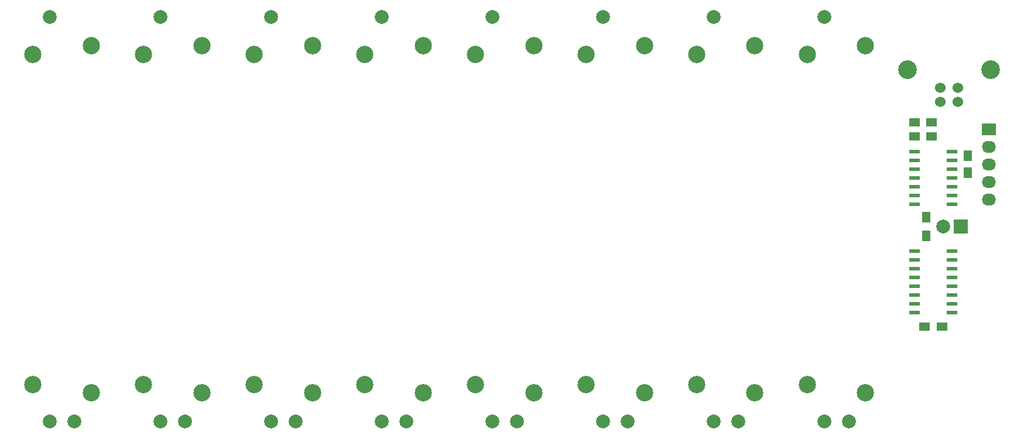
<source format=gts>
G04 #@! TF.FileFunction,Soldermask,Top*
%FSLAX46Y46*%
G04 Gerber Fmt 4.6, Leading zero omitted, Abs format (unit mm)*
G04 Created by KiCad (PCBNEW 4.0.2-stable) date 2016 July 30, Saturday 23:08:24*
%MOMM*%
G01*
G04 APERTURE LIST*
%ADD10C,0.100000*%
%ADD11R,1.250000X1.500000*%
%ADD12R,1.500000X0.600000*%
%ADD13R,1.500000X1.250000*%
%ADD14R,2.000000X2.000000*%
%ADD15C,2.000000*%
%ADD16C,1.524000*%
%ADD17C,2.700020*%
%ADD18R,2.032000X1.727200*%
%ADD19O,2.032000X1.727200*%
%ADD20R,1.300000X1.500000*%
%ADD21C,2.500000*%
G04 APERTURE END LIST*
D10*
D11*
X189000000Y-72750000D03*
X189000000Y-75250000D03*
D12*
X181300000Y-72190000D03*
X181300000Y-73460000D03*
X181300000Y-74730000D03*
X181300000Y-76000000D03*
X181300000Y-77270000D03*
X181300000Y-78540000D03*
X181300000Y-79810000D03*
X186700000Y-79810000D03*
X186700000Y-78540000D03*
X186700000Y-77270000D03*
X186700000Y-76000000D03*
X186700000Y-74730000D03*
X186700000Y-73460000D03*
X186700000Y-72190000D03*
D13*
X183750000Y-70000000D03*
X181250000Y-70000000D03*
X185250000Y-97500000D03*
X182750000Y-97500000D03*
X183750000Y-68000000D03*
X181250000Y-68000000D03*
D14*
X188000000Y-83000000D03*
D15*
X185460000Y-83000000D03*
D16*
X187540000Y-65000000D03*
X185000000Y-65000000D03*
X185000000Y-63001020D03*
X187540000Y-63001020D03*
D17*
X192269480Y-60301000D03*
X180270520Y-60301000D03*
D18*
X192000000Y-69000000D03*
D19*
X192000000Y-71540000D03*
X192000000Y-74080000D03*
X192000000Y-76620000D03*
X192000000Y-79160000D03*
D20*
X183000000Y-81650000D03*
X183000000Y-84350000D03*
D21*
X62200000Y-107100000D03*
X62200000Y-56900000D03*
X53800000Y-58100000D03*
D15*
X56250000Y-52750000D03*
X59750000Y-111250000D03*
X56250000Y-111250000D03*
D21*
X53800000Y-105900000D03*
X78200000Y-107100000D03*
X78200000Y-56900000D03*
X69800000Y-58100000D03*
D15*
X72250000Y-52750000D03*
X75750000Y-111250000D03*
X72250000Y-111250000D03*
D21*
X69800000Y-105900000D03*
X94200000Y-107100000D03*
X94200000Y-56900000D03*
X85800000Y-58100000D03*
D15*
X88250000Y-52750000D03*
X91750000Y-111250000D03*
X88250000Y-111250000D03*
D21*
X85800000Y-105900000D03*
X110200000Y-107100000D03*
X110200000Y-56900000D03*
X101800000Y-58100000D03*
D15*
X104250000Y-52750000D03*
X107750000Y-111250000D03*
X104250000Y-111250000D03*
D21*
X101800000Y-105900000D03*
X126200000Y-107100000D03*
X126200000Y-56900000D03*
X117800000Y-58100000D03*
D15*
X120250000Y-52750000D03*
X123750000Y-111250000D03*
X120250000Y-111250000D03*
D21*
X117800000Y-105900000D03*
X142200000Y-107100000D03*
X142200000Y-56900000D03*
X133800000Y-58100000D03*
D15*
X136250000Y-52750000D03*
X139750000Y-111250000D03*
X136250000Y-111250000D03*
D21*
X133800000Y-105900000D03*
X158200000Y-107100000D03*
X158200000Y-56900000D03*
X149800000Y-58100000D03*
D15*
X152250000Y-52750000D03*
X155750000Y-111250000D03*
X152250000Y-111250000D03*
D21*
X149800000Y-105900000D03*
X174200000Y-107100000D03*
X174200000Y-56900000D03*
X165800000Y-58100000D03*
D15*
X168250000Y-52750000D03*
X171750000Y-111250000D03*
X168250000Y-111250000D03*
D21*
X165800000Y-105900000D03*
D12*
X186700000Y-95445000D03*
X186700000Y-94175000D03*
X186700000Y-92905000D03*
X186700000Y-91635000D03*
X186700000Y-90365000D03*
X186700000Y-89095000D03*
X186700000Y-87825000D03*
X186700000Y-86555000D03*
X181300000Y-86555000D03*
X181300000Y-87825000D03*
X181300000Y-89095000D03*
X181300000Y-90365000D03*
X181300000Y-91635000D03*
X181300000Y-92905000D03*
X181300000Y-94175000D03*
X181300000Y-95445000D03*
M02*

</source>
